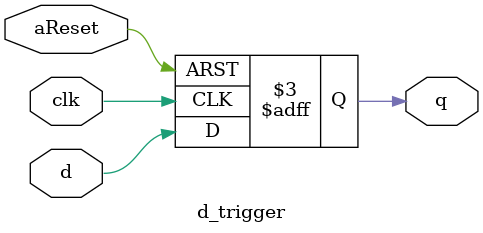
<source format=v>
module d_trigger(
    input wire d, clk, aReset,
    output reg q
);

    always @(posedge clk or negedge aReset)
        if(~aReset) //сброс при aReset == 0
            q <= 1'b0;
        else
            q <= d; //значение берется из пред такта!!!
endmodule
</source>
